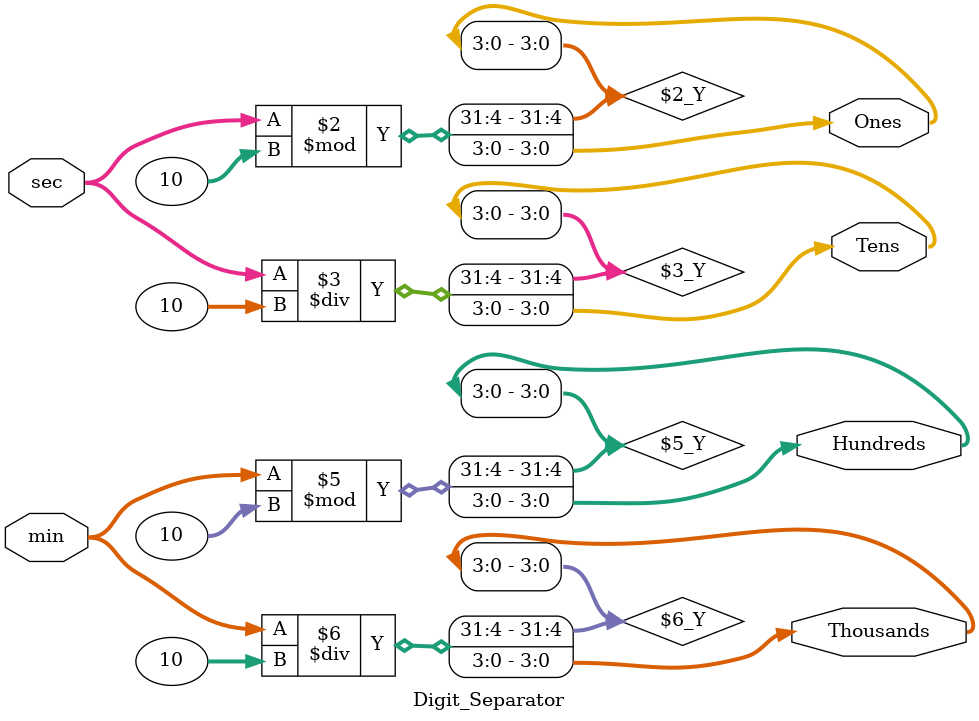
<source format=v>
`timescale 1ns / 1ps

module Digit_Separator(
    input [5:0] min, sec,
    output reg [3:0] Ones, Tens, Hundreds, Thousands
    );
    
    always@(sec)
    begin
        Ones <= sec % 10;
        Tens <= sec /10;
    end
    always@(min)
    begin
        Hundreds <= min % 10;
        Thousands <= min / 10;
    end
endmodule

</source>
